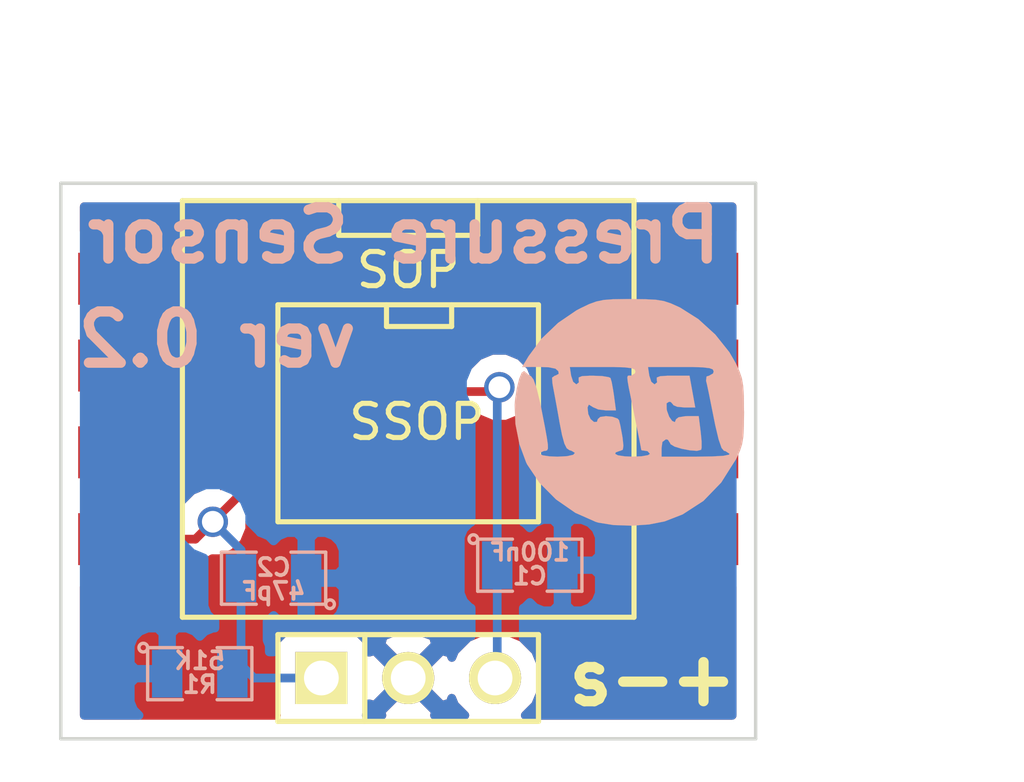
<source format=kicad_pcb>
(kicad_pcb (version 3) (host pcbnew "(2013-07-07 BZR 4022)-stable")

  (general
    (links 9)
    (no_connects 1)
    (area 127.762 54.935001 159.971429 77.470001)
    (thickness 1.6)
    (drawings 11)
    (tracks 23)
    (zones 0)
    (modules 7)
    (nets 4)
  )

  (page A3)
  (title_block 
    (title "Pressure Sensors")
    (rev 0.2)
  )

  (layers
    (15 F.Cu signal)
    (0 B.Cu signal)
    (16 B.Adhes user)
    (17 F.Adhes user)
    (18 B.Paste user)
    (19 F.Paste user)
    (20 B.SilkS user)
    (21 F.SilkS user)
    (22 B.Mask user)
    (23 F.Mask user)
    (24 Dwgs.User user)
    (25 Cmts.User user)
    (26 Eco1.User user)
    (27 Eco2.User user)
    (28 Edge.Cuts user)
  )

  (setup
    (last_trace_width 0.254)
    (trace_clearance 0.254)
    (zone_clearance 0.508)
    (zone_45_only no)
    (trace_min 0.254)
    (segment_width 0.2)
    (edge_width 0.1)
    (via_size 0.889)
    (via_drill 0.635)
    (via_min_size 0.889)
    (via_min_drill 0.508)
    (uvia_size 0.508)
    (uvia_drill 0.127)
    (uvias_allowed no)
    (uvia_min_size 0.508)
    (uvia_min_drill 0.127)
    (pcb_text_width 0.3)
    (pcb_text_size 1.5 1.5)
    (mod_edge_width 0.15)
    (mod_text_size 1 1)
    (mod_text_width 0.15)
    (pad_size 0.69 1.35)
    (pad_drill 0)
    (pad_to_mask_clearance 0)
    (aux_axis_origin 0 0)
    (visible_elements 7FFFFFFF)
    (pcbplotparams
      (layerselection 284983297)
      (usegerberextensions true)
      (excludeedgelayer true)
      (linewidth 0.150000)
      (plotframeref false)
      (viasonmask false)
      (mode 1)
      (useauxorigin false)
      (hpglpennumber 1)
      (hpglpenspeed 20)
      (hpglpendiameter 15)
      (hpglpenoverlay 2)
      (psnegative false)
      (psa4output false)
      (plotreference true)
      (plotvalue true)
      (plotothertext true)
      (plotinvisibletext false)
      (padsonsilk false)
      (subtractmaskfromsilk false)
      (outputformat 1)
      (mirror false)
      (drillshape 0)
      (scaleselection 1)
      (outputdirectory map_mpx_gerbers))
  )

  (net 0 "")
  (net 1 GND)
  (net 2 N-000007)
  (net 3 N-000008)

  (net_class Default "Это класс цепей по умолчанию."
    (clearance 0.254)
    (trace_width 0.254)
    (via_dia 0.889)
    (via_drill 0.635)
    (uvia_dia 0.508)
    (uvia_drill 0.127)
    (add_net "")
    (add_net GND)
    (add_net N-000007)
    (add_net N-000008)
  )

  (module SOP (layer F.Cu) (tedit 54AEDABA) (tstamp 54AED53F)
    (at 139.7 66.548)
    (descr SO-8)
    (path /54ADACC8)
    (attr smd)
    (fp_text reference "" (at 16.383 -4.572) (layer F.SilkS)
      (effects (font (size 0.7493 0.7493) (thickness 0.14986)))
    )
    (fp_text value "" (at 17.145 -2.794) (layer F.SilkS)
      (effects (font (size 0.7493 0.7493) (thickness 0.14986)))
    )
    (fp_line (start -2.032 -6.096) (end -2.032 -5.08) (layer F.SilkS) (width 0.15))
    (fp_line (start 2.032 -5.08) (end -2.032 -5.08) (layer F.SilkS) (width 0.15))
    (fp_line (start 2.032 -6.096) (end 2.032 -5.08) (layer F.SilkS) (width 0.15))
    (fp_line (start 6.604 -6.096) (end -6.604 -6.096) (layer F.SilkS) (width 0.15))
    (fp_line (start 6.604 -6.096) (end 6.604 6.096) (layer F.SilkS) (width 0.15))
    (fp_line (start 6.604 6.096) (end -6.604 6.096) (layer F.SilkS) (width 0.15))
    (fp_line (start -6.604 6.096) (end -6.604 -6.096) (layer F.SilkS) (width 0.15))
    (pad 1 smd rect (at -8.382 -3.81 270) (size 1.52 2.54)
      (layers F.Cu F.Paste F.Mask)
    )
    (pad 2 smd rect (at -8.382 -1.27 270) (size 1.52 2.54)
      (layers F.Cu F.Paste F.Mask)
      (net 2 N-000007)
    )
    (pad 3 smd rect (at -8.382 1.27 270) (size 1.52 2.54)
      (layers F.Cu F.Paste F.Mask)
      (net 1 GND)
    )
    (pad 4 smd rect (at -8.382 3.81 270) (size 1.52 2.54)
      (layers F.Cu F.Paste F.Mask)
      (net 3 N-000008)
    )
    (pad 5 smd rect (at 8.382 3.81 270) (size 1.52 2.54)
      (layers F.Cu F.Paste F.Mask)
    )
    (pad 6 smd rect (at 8.382 1.27 270) (size 1.52 2.54)
      (layers F.Cu F.Paste F.Mask)
    )
    (pad 7 smd rect (at 8.382 -1.27 270) (size 1.52 2.54)
      (layers F.Cu F.Paste F.Mask)
    )
    (pad 8 smd rect (at 8.382 -3.81 270) (size 1.52 2.54)
      (layers F.Cu F.Paste F.Mask)
    )
  )

  (module SM0805 (layer B.Cu) (tedit 5091495C) (tstamp 54ADB316)
    (at 143.256 71.12)
    (path /54ADAE13)
    (attr smd)
    (fp_text reference C1 (at 0 0.3175) (layer B.SilkS)
      (effects (font (size 0.50038 0.50038) (thickness 0.10922)) (justify mirror))
    )
    (fp_text value 100nF (at 0 -0.381) (layer B.SilkS)
      (effects (font (size 0.50038 0.50038) (thickness 0.10922)) (justify mirror))
    )
    (fp_circle (center -1.651 -0.762) (end -1.651 -0.635) (layer B.SilkS) (width 0.09906))
    (fp_line (start -0.508 -0.762) (end -1.524 -0.762) (layer B.SilkS) (width 0.09906))
    (fp_line (start -1.524 -0.762) (end -1.524 0.762) (layer B.SilkS) (width 0.09906))
    (fp_line (start -1.524 0.762) (end -0.508 0.762) (layer B.SilkS) (width 0.09906))
    (fp_line (start 0.508 0.762) (end 1.524 0.762) (layer B.SilkS) (width 0.09906))
    (fp_line (start 1.524 0.762) (end 1.524 -0.762) (layer B.SilkS) (width 0.09906))
    (fp_line (start 1.524 -0.762) (end 0.508 -0.762) (layer B.SilkS) (width 0.09906))
    (pad 1 smd rect (at -0.9525 0) (size 0.889 1.397)
      (layers B.Cu B.Paste B.Mask)
      (net 2 N-000007)
    )
    (pad 2 smd rect (at 0.9525 0) (size 0.889 1.397)
      (layers B.Cu B.Paste B.Mask)
      (net 1 GND)
    )
    (model smd/chip_cms.wrl
      (at (xyz 0 0 0))
      (scale (xyz 0.1 0.1 0.1))
      (rotate (xyz 0 0 0))
    )
  )

  (module SM0805 (layer B.Cu) (tedit 5091495C) (tstamp 54ADB323)
    (at 135.763 71.501 180)
    (path /54ADAE65)
    (attr smd)
    (fp_text reference C2 (at 0 0.3175 180) (layer B.SilkS)
      (effects (font (size 0.50038 0.50038) (thickness 0.10922)) (justify mirror))
    )
    (fp_text value 47pF (at 0 -0.381 180) (layer B.SilkS)
      (effects (font (size 0.50038 0.50038) (thickness 0.10922)) (justify mirror))
    )
    (fp_circle (center -1.651 -0.762) (end -1.651 -0.635) (layer B.SilkS) (width 0.09906))
    (fp_line (start -0.508 -0.762) (end -1.524 -0.762) (layer B.SilkS) (width 0.09906))
    (fp_line (start -1.524 -0.762) (end -1.524 0.762) (layer B.SilkS) (width 0.09906))
    (fp_line (start -1.524 0.762) (end -0.508 0.762) (layer B.SilkS) (width 0.09906))
    (fp_line (start 0.508 0.762) (end 1.524 0.762) (layer B.SilkS) (width 0.09906))
    (fp_line (start 1.524 0.762) (end 1.524 -0.762) (layer B.SilkS) (width 0.09906))
    (fp_line (start 1.524 -0.762) (end 0.508 -0.762) (layer B.SilkS) (width 0.09906))
    (pad 1 smd rect (at -0.9525 0 180) (size 0.889 1.397)
      (layers B.Cu B.Paste B.Mask)
      (net 1 GND)
    )
    (pad 2 smd rect (at 0.9525 0 180) (size 0.889 1.397)
      (layers B.Cu B.Paste B.Mask)
      (net 3 N-000008)
    )
    (model smd/chip_cms.wrl
      (at (xyz 0 0 0))
      (scale (xyz 0.1 0.1 0.1))
      (rotate (xyz 0 0 0))
    )
  )

  (module SM0805 (layer B.Cu) (tedit 5091495C) (tstamp 54ADB330)
    (at 133.604 74.295)
    (path /54ADAE74)
    (attr smd)
    (fp_text reference R1 (at 0 0.3175) (layer B.SilkS)
      (effects (font (size 0.50038 0.50038) (thickness 0.10922)) (justify mirror))
    )
    (fp_text value 51K (at 0 -0.381) (layer B.SilkS)
      (effects (font (size 0.50038 0.50038) (thickness 0.10922)) (justify mirror))
    )
    (fp_circle (center -1.651 -0.762) (end -1.651 -0.635) (layer B.SilkS) (width 0.09906))
    (fp_line (start -0.508 -0.762) (end -1.524 -0.762) (layer B.SilkS) (width 0.09906))
    (fp_line (start -1.524 -0.762) (end -1.524 0.762) (layer B.SilkS) (width 0.09906))
    (fp_line (start -1.524 0.762) (end -0.508 0.762) (layer B.SilkS) (width 0.09906))
    (fp_line (start 0.508 0.762) (end 1.524 0.762) (layer B.SilkS) (width 0.09906))
    (fp_line (start 1.524 0.762) (end 1.524 -0.762) (layer B.SilkS) (width 0.09906))
    (fp_line (start 1.524 -0.762) (end 0.508 -0.762) (layer B.SilkS) (width 0.09906))
    (pad 1 smd rect (at -0.9525 0) (size 0.889 1.397)
      (layers B.Cu B.Paste B.Mask)
      (net 1 GND)
    )
    (pad 2 smd rect (at 0.9525 0) (size 0.889 1.397)
      (layers B.Cu B.Paste B.Mask)
      (net 3 N-000008)
    )
    (model smd/chip_cms.wrl
      (at (xyz 0 0 0))
      (scale (xyz 0.1 0.1 0.1))
      (rotate (xyz 0 0 0))
    )
  )

  (module PIN_ARRAY_3X1 (layer F.Cu) (tedit 54AEDAC2) (tstamp 54AE4898)
    (at 139.7 74.422)
    (descr "Connecteur 3 pins")
    (tags "CONN DEV")
    (path /54ADAD9C)
    (fp_text reference "" (at 17.78 -7.874) (layer F.SilkS)
      (effects (font (size 1.016 1.016) (thickness 0.1524)))
    )
    (fp_text value "" (at 17.526 -5.207) (layer F.SilkS) hide
      (effects (font (size 1.016 1.016) (thickness 0.1524)))
    )
    (fp_line (start -3.81 1.27) (end -3.81 -1.27) (layer F.SilkS) (width 0.1524))
    (fp_line (start -3.81 -1.27) (end 3.81 -1.27) (layer F.SilkS) (width 0.1524))
    (fp_line (start 3.81 -1.27) (end 3.81 1.27) (layer F.SilkS) (width 0.1524))
    (fp_line (start 3.81 1.27) (end -3.81 1.27) (layer F.SilkS) (width 0.1524))
    (fp_line (start -1.27 -1.27) (end -1.27 1.27) (layer F.SilkS) (width 0.1524))
    (pad 1 thru_hole rect (at -2.54 0) (size 1.524 1.524) (drill 1.016)
      (layers *.Cu *.Mask F.SilkS)
      (net 3 N-000008)
    )
    (pad 2 thru_hole circle (at 0 0) (size 1.524 1.524) (drill 1.016)
      (layers *.Cu *.Mask F.SilkS)
      (net 1 GND)
    )
    (pad 3 thru_hole circle (at 2.54 0) (size 1.524 1.524) (drill 1.016)
      (layers *.Cu *.Mask F.SilkS)
      (net 2 N-000007)
    )
  )

  (module LOGO_F (layer B.Cu) (tedit 54AEDA73) (tstamp 54AE9ADA)
    (at 146.177 66.675)
    (fp_text reference "" (at 0 -4.14782) (layer B.SilkS) hide
      (effects (font (size 1.524 1.524) (thickness 0.3048)) (justify mirror))
    )
    (fp_text value "" (at 0 4.14782) (layer B.SilkS) hide
      (effects (font (size 1.524 1.524) (thickness 0.3048)) (justify mirror))
    )
    (fp_poly (pts (xy 3.34518 -0.04318) (xy 3.3401 0.381) (xy 3.32486 0.68326) (xy 3.28676 0.90932)
      (xy 3.22326 1.1049) (xy 3.12166 1.3208) (xy 3.10896 1.3462) (xy 2.921 1.64084)
      (xy 2.921 1.18618) (xy 2.79654 1.1049) (xy 2.75844 1.09982) (xy 2.68732 1.016)
      (xy 2.60096 0.76708) (xy 2.5019 0.35052) (xy 2.46126 0.14732) (xy 2.38252 -0.24638)
      (xy 2.31394 -0.58928) (xy 2.2606 -0.84074) (xy 2.23266 -0.9525) (xy 2.2479 -1.07696)
      (xy 2.32156 -1.09982) (xy 2.4384 -1.16586) (xy 2.45618 -1.22682) (xy 2.42824 -1.28524)
      (xy 2.33172 -1.3208) (xy 2.13868 -1.34366) (xy 1.82372 -1.35382) (xy 1.49606 -1.35382)
      (xy 0.53594 -1.35382) (xy 0.57404 -1.09982) (xy 0.63246 -0.92202) (xy 0.7239 -0.84836)
      (xy 0.72644 -0.84582) (xy 0.80264 -0.90678) (xy 0.79248 -0.97536) (xy 0.79248 -1.04648)
      (xy 0.889 -1.08458) (xy 1.10744 -1.09982) (xy 1.24714 -1.09982) (xy 1.75006 -1.09982)
      (xy 1.83388 -0.635) (xy 1.9177 -0.17018) (xy 1.59258 -0.17018) (xy 1.38684 -0.1905)
      (xy 1.27508 -0.23876) (xy 1.27 -0.254) (xy 1.20142 -0.3302) (xy 1.15316 -0.33782)
      (xy 1.0795 -0.2921) (xy 1.08204 -0.127) (xy 1.0922 -0.07112) (xy 1.1557 0.1016)
      (xy 1.24206 0.22352) (xy 1.3208 0.25908) (xy 1.35382 0.1778) (xy 1.35382 0.17526)
      (xy 1.43002 0.11684) (xy 1.61544 0.08636) (xy 1.68656 0.08382) (xy 2.0193 0.08382)
      (xy 2.07772 0.55372) (xy 2.10312 0.81788) (xy 2.10312 1.01092) (xy 2.09042 1.06934)
      (xy 1.9685 1.09982) (xy 1.76022 1.08458) (xy 1.52146 1.03886) (xy 1.31318 0.97536)
      (xy 1.1938 0.90424) (xy 1.18618 0.88138) (xy 1.1176 0.7747) (xy 1.05918 0.762)
      (xy 0.95758 0.8382) (xy 0.93218 1.016) (xy 0.93218 1.27) (xy 1.95072 1.27)
      (xy 2.42062 1.26238) (xy 2.74066 1.2446) (xy 2.90322 1.21158) (xy 2.921 1.18618)
      (xy 2.921 1.64084) (xy 2.67716 2.02692) (xy 2.15646 2.5654) (xy 1.5494 2.9591)
      (xy 1.02108 3.16484) (xy 0.59182 3.24866) (xy 0.59182 1.18618) (xy 0.52324 1.10998)
      (xy 0.46482 1.09982) (xy 0.35306 1.08458) (xy 0.33782 1.06934) (xy 0.32258 0.98044)
      (xy 0.2794 0.75692) (xy 0.21336 0.4318) (xy 0.13462 0.04064) (xy 0.127 0)
      (xy 0.03556 -0.44958) (xy -0.02794 -0.75692) (xy -0.06096 -0.94996) (xy -0.06858 -1.0541)
      (xy -0.05334 -1.09728) (xy -0.01524 -1.1049) (xy 0.04318 -1.09982) (xy 0.15494 -1.1684)
      (xy 0.17018 -1.22682) (xy 0.14224 -1.28524) (xy 0.04572 -1.3208) (xy -0.14732 -1.34366)
      (xy -0.46228 -1.35382) (xy -0.78994 -1.35382) (xy -1.75006 -1.35382) (xy -1.71196 -1.09982)
      (xy -1.65354 -0.92202) (xy -1.5621 -0.84836) (xy -1.55956 -0.84582) (xy -1.48336 -0.90678)
      (xy -1.49352 -0.97282) (xy -1.49098 -1.04902) (xy -1.39446 -1.08712) (xy -1.1684 -1.09982)
      (xy -1.07188 -1.09982) (xy -0.80772 -1.08966) (xy -0.61976 -1.05918) (xy -0.56134 -1.03378)
      (xy -0.52578 -0.9144) (xy -0.48514 -0.69088) (xy -0.45974 -0.52578) (xy -0.40132 -0.08382)
      (xy -0.69342 -0.08382) (xy -0.91948 -0.11176) (xy -1.07696 -0.18034) (xy -1.08204 -0.18542)
      (xy -1.1938 -0.254) (xy -1.2319 -0.17018) (xy -1.21158 0.02032) (xy -1.143 0.17018)
      (xy -1.04394 0.254) (xy -0.95758 0.24892) (xy -0.93218 0.17018) (xy -0.86106 0.10668)
      (xy -0.69596 0.08382) (xy -0.50546 0.1016) (xy -0.35306 0.15494) (xy -0.31242 0.20066)
      (xy -0.27432 0.35052) (xy -0.2286 0.59436) (xy -0.20828 0.70866) (xy -0.18288 0.94996)
      (xy -0.20066 1.0668) (xy -0.27686 1.09982) (xy -0.28702 1.09982) (xy -0.4064 1.143)
      (xy -0.42418 1.18618) (xy -0.34544 1.22936) (xy -0.14478 1.25984) (xy 0.08382 1.27)
      (xy 0.3556 1.2573) (xy 0.53848 1.22428) (xy 0.59182 1.18618) (xy 0.59182 3.24866)
      (xy 0.5715 3.25374) (xy 0.0508 3.2893) (xy -0.4699 3.27152) (xy -0.91694 3.2004)
      (xy -0.99314 3.17754) (xy -1.59004 2.91338) (xy -2.15392 2.52222) (xy -2.63652 2.03708)
      (xy -2.99974 1.49606) (xy -3.03022 1.43256) (xy -3.22326 0.90932) (xy -3.3401 0.32258)
      (xy -3.3655 -0.2413) (xy -3.3528 -0.39624) (xy -3.29946 -0.7366) (xy -3.23088 -1.01092)
      (xy -3.15722 -1.18872) (xy -3.0861 -1.23698) (xy -3.06578 -1.21666) (xy -2.93624 -1.10998)
      (xy -2.88544 -1.08712) (xy -2.80924 -0.98298) (xy -2.7178 -0.71374) (xy -2.6162 -0.2921)
      (xy -2.57302 -0.08128) (xy -2.48158 0.38354) (xy -2.42316 0.70612) (xy -2.39268 0.9144)
      (xy -2.39014 1.03124) (xy -2.41554 1.08458) (xy -2.4638 1.09982) (xy -2.49682 1.09982)
      (xy -2.61112 1.14554) (xy -2.62382 1.18618) (xy -2.54762 1.22936) (xy -2.34696 1.25984)
      (xy -2.11582 1.27) (xy -1.8288 1.25476) (xy -1.651 1.21412) (xy -1.60274 1.15824)
      (xy -1.7018 1.09728) (xy -1.76276 1.0795) (xy -1.8415 1.02362) (xy -1.91008 0.88646)
      (xy -1.97866 0.63754) (xy -2.05486 0.25146) (xy -2.06248 0.2032) (xy -2.13106 -0.18288)
      (xy -2.19456 -0.52578) (xy -2.24282 -0.78232) (xy -2.25806 -0.86868) (xy -2.27076 -1.0414)
      (xy -2.19202 -1.09982) (xy -2.1717 -1.10236) (xy -2.07772 -1.15316) (xy -2.08534 -1.22936)
      (xy -2.1717 -1.30556) (xy -2.36728 -1.3462) (xy -2.6416 -1.35636) (xy -3.14706 -1.35382)
      (xy -2.95656 -1.67132) (xy -2.5781 -2.18186) (xy -2.09296 -2.64668) (xy -1.55702 -3.01244)
      (xy -1.44018 -3.0734) (xy -1.18618 -3.19532) (xy -0.97536 -3.27152) (xy -0.75692 -3.31724)
      (xy -0.48514 -3.33756) (xy -0.10668 -3.34264) (xy 0.04064 -3.34264) (xy 0.46482 -3.33756)
      (xy 0.76962 -3.32232) (xy 1.00076 -3.28422) (xy 1.2065 -3.21564) (xy 1.43764 -3.1115)
      (xy 1.47574 -3.09372) (xy 2.00914 -2.7559) (xy 2.50444 -2.30378) (xy 2.91592 -1.78816)
      (xy 3.10134 -1.46812) (xy 3.21056 -1.2319) (xy 3.28168 -1.02616) (xy 3.31978 -0.8001)
      (xy 3.3401 -0.50546) (xy 3.34264 -0.09398) (xy 3.34518 -0.04318) (xy 3.34518 -0.04318)) (layer B.SilkS) (width 0.00254))
  )

  (module SSOP (layer F.Cu) (tedit 54AED5D4) (tstamp 54AED503)
    (at 139.7 66.675)
    (fp_text reference SSOP (at 0.254 0.254) (layer F.SilkS)
      (effects (font (size 1 1) (thickness 0.15)))
    )
    (fp_text value SOP (at 0 -4.191) (layer F.SilkS)
      (effects (font (size 1 1) (thickness 0.15)))
    )
    (fp_line (start 1.27 -3.175) (end 1.27 -2.54) (layer F.SilkS) (width 0.15))
    (fp_line (start 1.27 -2.54) (end -0.635 -2.54) (layer F.SilkS) (width 0.15))
    (fp_line (start -0.635 -2.54) (end -0.635 -3.175) (layer F.SilkS) (width 0.15))
    (fp_line (start 3.81 3.175) (end 3.81 -3.175) (layer F.SilkS) (width 0.15))
    (fp_line (start 3.81 -3.175) (end -3.81 -3.175) (layer F.SilkS) (width 0.15))
    (fp_line (start -3.81 -3.175) (end -3.81 3.175) (layer F.SilkS) (width 0.15))
    (fp_line (start -3.81 3.175) (end 3.81 3.175) (layer F.SilkS) (width 0.15))
    (pad 2 smd rect (at -4.826 -0.635 270) (size 0.69 1.35)
      (layers F.Cu F.Paste F.Mask)
    )
    (pad 3 smd rect (at -4.826 0.635 270) (size 0.69 1.35)
      (layers F.Cu F.Paste F.Mask)
    )
    (pad 4 smd rect (at -4.826 1.905 270) (size 0.69 1.35)
      (layers F.Cu F.Paste F.Mask)
    )
    (pad 5 smd rect (at 5.0165 1.905 270) (size 0.69 1.35)
      (layers F.Cu F.Paste F.Mask)
    )
    (pad 6 smd rect (at 5.0165 0.635 270) (size 0.69 1.35)
      (layers F.Cu F.Paste F.Mask)
    )
    (pad 7 smd rect (at 5.0165 -0.635 270) (size 0.69 1.35)
      (layers F.Cu F.Paste F.Mask)
    )
    (pad 8 smd rect (at 5.0165 -1.905 270) (size 0.69 1.35)
      (layers F.Cu F.Paste F.Mask)
    )
    (pad 1 smd rect (at -4.826 -1.905 270) (size 0.69 1.35)
      (layers F.Cu F.Paste F.Mask)
    )
  )

  (dimension 16.256 (width 0.3) (layer Dwgs.User)
    (gr_text "16,256 мм" (at 153.75 68.072 90) (layer Dwgs.User)
      (effects (font (size 1.5 1.5) (thickness 0.3)))
    )
    (feature1 (pts (xy 149.86 59.944) (xy 155.1 59.944)))
    (feature2 (pts (xy 149.86 76.2) (xy 155.1 76.2)))
    (crossbar (pts (xy 152.4 76.2) (xy 152.4 59.944)))
    (arrow1a (pts (xy 152.4 59.944) (xy 152.98642 61.070503)))
    (arrow1b (pts (xy 152.4 59.944) (xy 151.81358 61.070503)))
    (arrow2a (pts (xy 152.4 76.2) (xy 152.98642 75.073497)))
    (arrow2b (pts (xy 152.4 76.2) (xy 151.81358 75.073497)))
  )
  (dimension 20.32 (width 0.3) (layer Dwgs.User)
    (gr_text "20,320 мм" (at 139.7 56.435001) (layer Dwgs.User)
      (effects (font (size 1.5 1.5) (thickness 0.3)))
    )
    (feature1 (pts (xy 149.86 59.944) (xy 149.86 55.085001)))
    (feature2 (pts (xy 129.54 59.944) (xy 129.54 55.085001)))
    (crossbar (pts (xy 129.54 57.785001) (xy 149.86 57.785001)))
    (arrow1a (pts (xy 149.86 57.785001) (xy 148.733497 58.371421)))
    (arrow1b (pts (xy 149.86 57.785001) (xy 148.733497 57.198581)))
    (arrow2a (pts (xy 129.54 57.785001) (xy 130.666503 58.371421)))
    (arrow2b (pts (xy 129.54 57.785001) (xy 130.666503 57.198581)))
  )
  (gr_text "Pressure Sensor" (at 139.573 61.468) (layer B.SilkS)
    (effects (font (size 1.5 1.5) (thickness 0.3)) (justify mirror))
  )
  (gr_text "ver 0.2\n" (at 134.112 64.516) (layer B.SilkS)
    (effects (font (size 1.5 1.5) (thickness 0.3)) (justify mirror))
  )
  (gr_text s (at 145.034 74.422) (layer F.SilkS)
    (effects (font (size 1.5 1.5) (thickness 0.3)))
  )
  (gr_text - (at 146.558 74.422) (layer F.SilkS)
    (effects (font (size 1.5 1.5) (thickness 0.3)))
  )
  (gr_text + (at 148.336 74.422) (layer F.SilkS)
    (effects (font (size 1.5 1.5) (thickness 0.3)))
  )
  (gr_line (start 149.86 59.944) (end 149.86 76.2) (angle 90) (layer Edge.Cuts) (width 0.1))
  (gr_line (start 129.54 59.944) (end 129.54 76.2) (angle 90) (layer Edge.Cuts) (width 0.1) (tstamp 54AE4768))
  (gr_line (start 129.54 59.944) (end 149.86 59.944) (angle 90) (layer Edge.Cuts) (width 0.1))
  (gr_line (start 129.54 76.2) (end 149.86 76.2) (angle 90) (layer Edge.Cuts) (width 0.1))

  (segment (start 134.874 67.31) (end 136.398 67.31) (width 0.254) (layer F.Cu) (net 1))
  (segment (start 136.398 67.31) (end 136.525 67.183) (width 0.254) (layer F.Cu) (net 1) (tstamp 54AEDC1C))
  (segment (start 131.318 67.818) (end 132.715 67.818) (width 0.254) (layer F.Cu) (net 1))
  (segment (start 133.223 67.31) (end 134.874 67.31) (width 0.254) (layer F.Cu) (net 1) (tstamp 54AED995))
  (segment (start 132.715 67.818) (end 133.223 67.31) (width 0.254) (layer F.Cu) (net 1) (tstamp 54AED993))
  (segment (start 142.3035 71.12) (end 142.3035 74.3585) (width 0.254) (layer B.Cu) (net 2))
  (segment (start 142.3035 74.3585) (end 142.24 74.422) (width 0.254) (layer B.Cu) (net 2) (tstamp 54AED975))
  (segment (start 131.318 65.278) (end 131.826 65.278) (width 0.254) (layer F.Cu) (net 2))
  (segment (start 142.3035 65.9765) (end 142.3035 71.12) (width 0.254) (layer B.Cu) (net 2) (tstamp 54AED96D))
  (segment (start 142.367 65.913) (end 142.3035 65.9765) (width 0.254) (layer B.Cu) (net 2) (tstamp 54AED96C))
  (via (at 142.367 65.913) (size 0.889) (layers F.Cu B.Cu) (net 2))
  (segment (start 142.24 66.04) (end 142.367 65.913) (width 0.254) (layer F.Cu) (net 2) (tstamp 54AED95F))
  (segment (start 132.588 66.04) (end 142.24 66.04) (width 0.254) (layer F.Cu) (net 2) (tstamp 54AED95D))
  (segment (start 131.826 65.278) (end 132.588 66.04) (width 0.254) (layer F.Cu) (net 2) (tstamp 54AED94F))
  (segment (start 134.874 68.58) (end 134.874 68.961) (width 0.254) (layer F.Cu) (net 3))
  (segment (start 134.874 68.961) (end 133.985 69.85) (width 0.254) (layer F.Cu) (net 3) (tstamp 54AED941))
  (segment (start 131.318 70.358) (end 133.477 70.358) (width 0.254) (layer F.Cu) (net 3))
  (segment (start 135.1915 74.422) (end 137.16 74.422) (width 0.254) (layer B.Cu) (net 3) (tstamp 54AED8E9))
  (segment (start 134.8105 74.041) (end 135.1915 74.422) (width 0.254) (layer B.Cu) (net 3) (tstamp 54AED8E8))
  (segment (start 134.8105 70.6755) (end 134.8105 74.041) (width 0.254) (layer B.Cu) (net 3) (tstamp 54AED8E7))
  (segment (start 133.985 69.85) (end 134.8105 70.6755) (width 0.254) (layer B.Cu) (net 3) (tstamp 54AED8E6))
  (via (at 133.985 69.85) (size 0.889) (layers F.Cu B.Cu) (net 3))
  (segment (start 133.477 70.358) (end 133.985 69.85) (width 0.254) (layer F.Cu) (net 3) (tstamp 54AED8DC))

  (zone (net 1) (net_name GND) (layer F.Cu) (tstamp 54AE48BB) (hatch edge 0.508)
    (connect_pads (clearance 0.508))
    (min_thickness 0.254)
    (fill (arc_segments 16) (thermal_gap 0.508) (thermal_bridge_width 0.508))
    (polygon
      (pts
        (xy 128.524 59.055) (xy 150.876 59.055) (xy 150.876 77.089) (xy 128.27 77.089)
      )
    )
    (filled_polygon
      (pts
        (xy 133.631802 67.945116) (xy 133.564111 68.108136) (xy 133.56389 68.360755) (xy 133.56389 68.855978) (xy 133.374311 68.934311)
        (xy 133.09803 69.21011) (xy 132.976132 69.088) (xy 133.126641 68.937229) (xy 133.22311 68.703755) (xy 133.223 68.10375)
        (xy 133.06425 67.945) (xy 131.445 67.945) (xy 131.445 67.965) (xy 131.191 67.965) (xy 131.191 67.945)
        (xy 131.171 67.945) (xy 131.171 67.691) (xy 131.191 67.691) (xy 131.191 67.671) (xy 131.445 67.671)
        (xy 131.445 67.691) (xy 133.06425 67.691) (xy 133.223 67.53225) (xy 133.22311 66.932245) (xy 133.169294 66.802)
        (xy 133.579115 66.802) (xy 133.564111 66.838136) (xy 133.56389 67.090755) (xy 133.56389 67.780755) (xy 133.631802 67.945116)
      )
    )
    (filled_polygon
      (pts
        (xy 149.175 75.515) (xy 143.122472 75.515) (xy 143.423628 75.21437) (xy 143.636756 74.701099) (xy 143.637241 74.145339)
        (xy 143.425009 73.631697) (xy 143.03237 73.238372) (xy 142.519099 73.025244) (xy 141.963339 73.024759) (xy 141.449697 73.236991)
        (xy 141.056372 73.62963) (xy 140.976605 73.82173) (xy 140.922396 73.690858) (xy 140.680212 73.621393) (xy 140.500607 73.800998)
        (xy 140.500607 73.441788) (xy 140.431142 73.199604) (xy 139.907696 73.012857) (xy 139.352631 73.04064) (xy 138.968858 73.199604)
        (xy 138.899393 73.441788) (xy 139.7 74.242395) (xy 140.500607 73.441788) (xy 140.500607 73.800998) (xy 139.879605 74.422)
        (xy 140.680212 75.222607) (xy 140.922396 75.153142) (xy 140.972508 75.012678) (xy 141.054991 75.212303) (xy 141.35716 75.515)
        (xy 140.468256 75.515) (xy 140.500607 75.402212) (xy 139.7 74.601605) (xy 138.899393 75.402212) (xy 138.931743 75.515)
        (xy 138.472124 75.515) (xy 138.556889 75.310864) (xy 138.557007 75.175916) (xy 138.719788 75.222607) (xy 139.520395 74.422)
        (xy 138.719788 73.621393) (xy 138.55711 73.668053) (xy 138.55711 73.534245) (xy 138.460641 73.300771) (xy 138.282168 73.121987)
        (xy 138.048864 73.025111) (xy 137.796245 73.02489) (xy 136.272245 73.02489) (xy 136.038771 73.121359) (xy 135.859987 73.299832)
        (xy 135.763111 73.533136) (xy 135.76289 73.785755) (xy 135.76289 75.309755) (xy 135.847695 75.515) (xy 130.225 75.515)
        (xy 130.225 71.75311) (xy 132.713755 71.75311) (xy 132.947229 71.656641) (xy 133.126013 71.478168) (xy 133.222889 71.244864)
        (xy 133.222998 71.12) (xy 133.477 71.12) (xy 133.477 71.119999) (xy 133.768604 71.061996) (xy 133.768605 71.061996)
        (xy 133.96692 70.929485) (xy 134.198784 70.929687) (xy 134.595689 70.765689) (xy 134.899622 70.462286) (xy 135.064313 70.065668)
        (xy 135.064502 69.848128) (xy 135.35252 69.56011) (xy 135.674755 69.56011) (xy 135.908229 69.463641) (xy 136.087013 69.285168)
        (xy 136.183889 69.051864) (xy 136.18411 68.799245) (xy 136.18411 68.109245) (xy 136.116197 67.944883) (xy 136.183889 67.781864)
        (xy 136.18411 67.529245) (xy 136.18411 66.839245) (xy 136.16872 66.802) (xy 141.729136 66.802) (xy 141.754714 66.827622)
        (xy 142.151332 66.992313) (xy 142.580784 66.992687) (xy 142.977689 66.828689) (xy 143.281622 66.525286) (xy 143.40639 66.224812)
        (xy 143.40639 66.510755) (xy 143.474302 66.675116) (xy 143.406611 66.838136) (xy 143.40639 67.090755) (xy 143.40639 67.780755)
        (xy 143.474302 67.945116) (xy 143.406611 68.108136) (xy 143.40639 68.360755) (xy 143.40639 69.050755) (xy 143.502859 69.284229)
        (xy 143.681332 69.463013) (xy 143.914636 69.559889) (xy 144.167255 69.56011) (xy 145.517255 69.56011) (xy 145.750729 69.463641)
        (xy 145.929513 69.285168) (xy 146.026389 69.051864) (xy 146.02661 68.799245) (xy 146.02661 68.109245) (xy 145.958697 67.944883)
        (xy 146.026389 67.781864) (xy 146.02661 67.529245) (xy 146.02661 66.839245) (xy 145.958697 66.674883) (xy 146.026389 66.511864)
        (xy 146.02661 66.259245) (xy 146.02661 65.569245) (xy 145.958697 65.404883) (xy 146.026389 65.241864) (xy 146.02661 64.989245)
        (xy 146.02661 64.299245) (xy 145.930141 64.065771) (xy 145.751668 63.886987) (xy 145.518364 63.790111) (xy 145.265745 63.78989)
        (xy 143.915745 63.78989) (xy 143.682271 63.886359) (xy 143.503487 64.064832) (xy 143.406611 64.298136) (xy 143.40639 64.550755)
        (xy 143.40639 65.240755) (xy 143.474302 65.405116) (xy 143.406611 65.568136) (xy 143.406581 65.602152) (xy 143.282689 65.302311)
        (xy 142.979286 64.998378) (xy 142.582668 64.833687) (xy 142.153216 64.833313) (xy 141.756311 64.997311) (xy 141.475131 65.278)
        (xy 136.168884 65.278) (xy 136.183889 65.241864) (xy 136.18411 64.989245) (xy 136.18411 64.299245) (xy 136.087641 64.065771)
        (xy 135.909168 63.886987) (xy 135.675864 63.790111) (xy 135.423245 63.78989) (xy 134.073245 63.78989) (xy 133.839771 63.886359)
        (xy 133.660987 64.064832) (xy 133.564111 64.298136) (xy 133.56389 64.550755) (xy 133.56389 65.240755) (xy 133.579279 65.278)
        (xy 133.22311 65.278) (xy 133.22311 64.392245) (xy 133.126641 64.158771) (xy 132.976026 64.007893) (xy 133.126013 63.858168)
        (xy 133.222889 63.624864) (xy 133.22311 63.372245) (xy 133.22311 61.852245) (xy 133.126641 61.618771) (xy 132.948168 61.439987)
        (xy 132.714864 61.343111) (xy 132.462245 61.34289) (xy 130.225 61.34289) (xy 130.225 60.629) (xy 149.175 60.629)
        (xy 149.175 61.34289) (xy 146.686245 61.34289) (xy 146.452771 61.439359) (xy 146.273987 61.617832) (xy 146.177111 61.851136)
        (xy 146.17689 62.103755) (xy 146.17689 63.623755) (xy 146.273359 63.857229) (xy 146.423973 64.008106) (xy 146.273987 64.157832)
        (xy 146.177111 64.391136) (xy 146.17689 64.643755) (xy 146.17689 66.163755) (xy 146.273359 66.397229) (xy 146.423973 66.548106)
        (xy 146.273987 66.697832) (xy 146.177111 66.931136) (xy 146.17689 67.183755) (xy 146.17689 68.703755) (xy 146.273359 68.937229)
        (xy 146.423973 69.088106) (xy 146.273987 69.237832) (xy 146.177111 69.471136) (xy 146.17689 69.723755) (xy 146.17689 71.243755)
        (xy 146.273359 71.477229) (xy 146.451832 71.656013) (xy 146.685136 71.752889) (xy 146.937755 71.75311) (xy 149.175 71.75311)
        (xy 149.175 75.515)
      )
    )
  )
  (zone (net 1) (net_name GND) (layer B.Cu) (tstamp 54AE48E1) (hatch edge 0.508)
    (connect_pads (clearance 0.508))
    (min_thickness 0.254)
    (fill (arc_segments 16) (thermal_gap 0.508) (thermal_bridge_width 0.508))
    (polygon
      (pts
        (xy 128.016 58.674) (xy 151.384 58.674) (xy 151.384 77.47) (xy 127.762 77.47)
      )
    )
    (filled_polygon
      (pts
        (xy 149.175 75.515) (xy 145.28811 75.515) (xy 145.28811 71.692745) (xy 145.28811 70.547255) (xy 145.287889 70.294636)
        (xy 145.191013 70.061332) (xy 145.012229 69.882859) (xy 144.778755 69.78639) (xy 144.49425 69.7865) (xy 144.3355 69.94525)
        (xy 144.3355 70.993) (xy 145.12925 70.993) (xy 145.288 70.83425) (xy 145.28811 70.547255) (xy 145.28811 71.692745)
        (xy 145.288 71.40575) (xy 145.12925 71.247) (xy 144.3355 71.247) (xy 144.3355 72.29475) (xy 144.49425 72.4535)
        (xy 144.778755 72.45361) (xy 145.012229 72.357141) (xy 145.191013 72.178668) (xy 145.287889 71.945364) (xy 145.28811 71.692745)
        (xy 145.28811 75.515) (xy 143.122472 75.515) (xy 143.423628 75.21437) (xy 143.636756 74.701099) (xy 143.637241 74.145339)
        (xy 143.425009 73.631697) (xy 143.0655 73.271559) (xy 143.0655 72.374382) (xy 143.107229 72.357141) (xy 143.256 72.208628)
        (xy 143.404771 72.357141) (xy 143.638245 72.45361) (xy 143.92275 72.4535) (xy 144.0815 72.29475) (xy 144.0815 71.247)
        (xy 144.0615 71.247) (xy 144.0615 70.993) (xy 144.0815 70.993) (xy 144.0815 69.94525) (xy 143.92275 69.7865)
        (xy 143.638245 69.78639) (xy 143.404771 69.882859) (xy 143.255897 70.031473) (xy 143.108168 69.883487) (xy 143.0655 69.865769)
        (xy 143.0655 66.741031) (xy 143.281622 66.525286) (xy 143.446313 66.128668) (xy 143.446687 65.699216) (xy 143.282689 65.302311)
        (xy 142.979286 64.998378) (xy 142.582668 64.833687) (xy 142.153216 64.833313) (xy 141.756311 64.997311) (xy 141.452378 65.300714)
        (xy 141.287687 65.697332) (xy 141.287313 66.126784) (xy 141.451311 66.523689) (xy 141.5415 66.614035) (xy 141.5415 69.865617)
        (xy 141.499771 69.882859) (xy 141.320987 70.061332) (xy 141.224111 70.294636) (xy 141.22389 70.547255) (xy 141.22389 71.944255)
        (xy 141.320359 72.177729) (xy 141.498832 72.356513) (xy 141.5415 72.37423) (xy 141.5415 73.199058) (xy 141.449697 73.236991)
        (xy 141.056372 73.62963) (xy 140.976605 73.82173) (xy 140.922396 73.690858) (xy 140.680212 73.621393) (xy 140.500607 73.800998)
        (xy 140.500607 73.441788) (xy 140.431142 73.199604) (xy 139.907696 73.012857) (xy 139.352631 73.04064) (xy 138.968858 73.199604)
        (xy 138.899393 73.441788) (xy 139.7 74.242395) (xy 140.500607 73.441788) (xy 140.500607 73.800998) (xy 139.879605 74.422)
        (xy 140.680212 75.222607) (xy 140.922396 75.153142) (xy 140.972508 75.012678) (xy 141.054991 75.212303) (xy 141.35716 75.515)
        (xy 140.468256 75.515) (xy 140.500607 75.402212) (xy 139.7 74.601605) (xy 138.899393 75.402212) (xy 138.931743 75.515)
        (xy 138.472124 75.515) (xy 138.556889 75.310864) (xy 138.557007 75.175916) (xy 138.719788 75.222607) (xy 139.520395 74.422)
        (xy 138.719788 73.621393) (xy 138.55711 73.668053) (xy 138.55711 73.534245) (xy 138.460641 73.300771) (xy 138.282168 73.121987)
        (xy 138.048864 73.025111) (xy 137.796245 73.02489) (xy 137.79511 73.02489) (xy 137.79511 72.073745) (xy 137.79511 70.928255)
        (xy 137.794889 70.675636) (xy 137.698013 70.442332) (xy 137.519229 70.263859) (xy 137.285755 70.16739) (xy 137.00125 70.1675)
        (xy 136.8425 70.32625) (xy 136.8425 71.374) (xy 137.63625 71.374) (xy 137.795 71.21525) (xy 137.79511 70.928255)
        (xy 137.79511 72.073745) (xy 137.795 71.78675) (xy 137.63625 71.628) (xy 136.8425 71.628) (xy 136.8425 72.67575)
        (xy 137.00125 72.8345) (xy 137.285755 72.83461) (xy 137.519229 72.738141) (xy 137.698013 72.559668) (xy 137.794889 72.326364)
        (xy 137.79511 72.073745) (xy 137.79511 73.02489) (xy 136.272245 73.02489) (xy 136.038771 73.121359) (xy 135.859987 73.299832)
        (xy 135.763111 73.533136) (xy 135.763 73.66) (xy 135.63611 73.66) (xy 135.63611 73.470745) (xy 135.5725 73.316796)
        (xy 135.5725 72.755382) (xy 135.614229 72.738141) (xy 135.763 72.589628) (xy 135.911771 72.738141) (xy 136.145245 72.83461)
        (xy 136.42975 72.8345) (xy 136.5885 72.67575) (xy 136.5885 71.628) (xy 136.5685 71.628) (xy 136.5685 71.374)
        (xy 136.5885 71.374) (xy 136.5885 70.32625) (xy 136.42975 70.1675) (xy 136.145245 70.16739) (xy 135.911771 70.263859)
        (xy 135.762897 70.412473) (xy 135.615168 70.264487) (xy 135.381864 70.167611) (xy 135.369972 70.1676) (xy 135.349315 70.136685)
        (xy 135.349315 70.136684) (xy 135.064499 69.851868) (xy 135.064687 69.636216) (xy 134.900689 69.239311) (xy 134.597286 68.935378)
        (xy 134.200668 68.770687) (xy 133.771216 68.770313) (xy 133.374311 68.934311) (xy 133.070378 69.237714) (xy 132.905687 69.634332)
        (xy 132.905313 70.063784) (xy 133.069311 70.460689) (xy 133.372714 70.764622) (xy 133.730903 70.913355) (xy 133.73089 70.928255)
        (xy 133.73089 72.325255) (xy 133.827359 72.558729) (xy 134.005832 72.737513) (xy 134.0485 72.75523) (xy 134.0485 72.96139)
        (xy 133.986245 72.96139) (xy 133.752771 73.057859) (xy 133.603999 73.206371) (xy 133.455229 73.057859) (xy 133.221755 72.96139)
        (xy 132.93725 72.9615) (xy 132.7785 73.12025) (xy 132.7785 74.168) (xy 132.7985 74.168) (xy 132.7985 74.422)
        (xy 132.7785 74.422) (xy 132.7785 74.442) (xy 132.5245 74.442) (xy 132.5245 74.422) (xy 132.5245 74.168)
        (xy 132.5245 73.12025) (xy 132.36575 72.9615) (xy 132.081245 72.96139) (xy 131.847771 73.057859) (xy 131.668987 73.236332)
        (xy 131.572111 73.469636) (xy 131.57189 73.722255) (xy 131.572 74.00925) (xy 131.73075 74.168) (xy 132.5245 74.168)
        (xy 132.5245 74.422) (xy 131.73075 74.422) (xy 131.572 74.58075) (xy 131.57189 74.867745) (xy 131.572111 75.120364)
        (xy 131.668987 75.353668) (xy 131.8306 75.515) (xy 130.225 75.515) (xy 130.225 60.629) (xy 149.175 60.629)
        (xy 149.175 75.515)
      )
    )
  )
)

</source>
